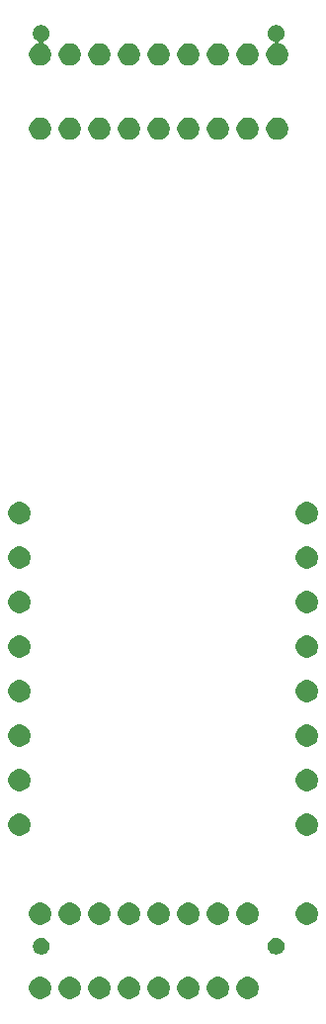
<source format=gbr>
G04 #@! TF.GenerationSoftware,KiCad,Pcbnew,5.0.2-bee76a0~70~ubuntu18.04.1*
G04 #@! TF.CreationDate,2019-05-09T10:06:10+02:00*
G04 #@! TF.ProjectId,breadboard,62726561-6462-46f6-9172-642e6b696361,rev?*
G04 #@! TF.SameCoordinates,Original*
G04 #@! TF.FileFunction,Soldermask,Top*
G04 #@! TF.FilePolarity,Negative*
%FSLAX46Y46*%
G04 Gerber Fmt 4.6, Leading zero omitted, Abs format (unit mm)*
G04 Created by KiCad (PCBNEW 5.0.2-bee76a0~70~ubuntu18.04.1) date jeu. 09 mai 2019 10:06:10 CEST*
%MOMM*%
%LPD*%
G01*
G04 APERTURE LIST*
%ADD10C,0.100000*%
G04 APERTURE END LIST*
D10*
G36*
X101739451Y-142950127D02*
X101877105Y-142977508D01*
X102049994Y-143049121D01*
X102205590Y-143153087D01*
X102337913Y-143285410D01*
X102441879Y-143441006D01*
X102513492Y-143613895D01*
X102550000Y-143797433D01*
X102550000Y-143984567D01*
X102513492Y-144168105D01*
X102441879Y-144340994D01*
X102337913Y-144496590D01*
X102205590Y-144628913D01*
X102049994Y-144732879D01*
X101877105Y-144804492D01*
X101739451Y-144831873D01*
X101693568Y-144841000D01*
X101506432Y-144841000D01*
X101460549Y-144831873D01*
X101322895Y-144804492D01*
X101150006Y-144732879D01*
X100994410Y-144628913D01*
X100862087Y-144496590D01*
X100758121Y-144340994D01*
X100686508Y-144168105D01*
X100650000Y-143984567D01*
X100650000Y-143797433D01*
X100686508Y-143613895D01*
X100758121Y-143441006D01*
X100862087Y-143285410D01*
X100994410Y-143153087D01*
X101150006Y-143049121D01*
X101322895Y-142977508D01*
X101460549Y-142950127D01*
X101506432Y-142941000D01*
X101693568Y-142941000D01*
X101739451Y-142950127D01*
X101739451Y-142950127D01*
G37*
G36*
X116979451Y-142950127D02*
X117117105Y-142977508D01*
X117289994Y-143049121D01*
X117445590Y-143153087D01*
X117577913Y-143285410D01*
X117681879Y-143441006D01*
X117753492Y-143613895D01*
X117790000Y-143797433D01*
X117790000Y-143984567D01*
X117753492Y-144168105D01*
X117681879Y-144340994D01*
X117577913Y-144496590D01*
X117445590Y-144628913D01*
X117289994Y-144732879D01*
X117117105Y-144804492D01*
X116979451Y-144831873D01*
X116933568Y-144841000D01*
X116746432Y-144841000D01*
X116700549Y-144831873D01*
X116562895Y-144804492D01*
X116390006Y-144732879D01*
X116234410Y-144628913D01*
X116102087Y-144496590D01*
X115998121Y-144340994D01*
X115926508Y-144168105D01*
X115890000Y-143984567D01*
X115890000Y-143797433D01*
X115926508Y-143613895D01*
X115998121Y-143441006D01*
X116102087Y-143285410D01*
X116234410Y-143153087D01*
X116390006Y-143049121D01*
X116562895Y-142977508D01*
X116700549Y-142950127D01*
X116746432Y-142941000D01*
X116933568Y-142941000D01*
X116979451Y-142950127D01*
X116979451Y-142950127D01*
G37*
G36*
X119519451Y-142950127D02*
X119657105Y-142977508D01*
X119829994Y-143049121D01*
X119985590Y-143153087D01*
X120117913Y-143285410D01*
X120221879Y-143441006D01*
X120293492Y-143613895D01*
X120330000Y-143797433D01*
X120330000Y-143984567D01*
X120293492Y-144168105D01*
X120221879Y-144340994D01*
X120117913Y-144496590D01*
X119985590Y-144628913D01*
X119829994Y-144732879D01*
X119657105Y-144804492D01*
X119519451Y-144831873D01*
X119473568Y-144841000D01*
X119286432Y-144841000D01*
X119240549Y-144831873D01*
X119102895Y-144804492D01*
X118930006Y-144732879D01*
X118774410Y-144628913D01*
X118642087Y-144496590D01*
X118538121Y-144340994D01*
X118466508Y-144168105D01*
X118430000Y-143984567D01*
X118430000Y-143797433D01*
X118466508Y-143613895D01*
X118538121Y-143441006D01*
X118642087Y-143285410D01*
X118774410Y-143153087D01*
X118930006Y-143049121D01*
X119102895Y-142977508D01*
X119240549Y-142950127D01*
X119286432Y-142941000D01*
X119473568Y-142941000D01*
X119519451Y-142950127D01*
X119519451Y-142950127D01*
G37*
G36*
X114439451Y-142950127D02*
X114577105Y-142977508D01*
X114749994Y-143049121D01*
X114905590Y-143153087D01*
X115037913Y-143285410D01*
X115141879Y-143441006D01*
X115213492Y-143613895D01*
X115250000Y-143797433D01*
X115250000Y-143984567D01*
X115213492Y-144168105D01*
X115141879Y-144340994D01*
X115037913Y-144496590D01*
X114905590Y-144628913D01*
X114749994Y-144732879D01*
X114577105Y-144804492D01*
X114439451Y-144831873D01*
X114393568Y-144841000D01*
X114206432Y-144841000D01*
X114160549Y-144831873D01*
X114022895Y-144804492D01*
X113850006Y-144732879D01*
X113694410Y-144628913D01*
X113562087Y-144496590D01*
X113458121Y-144340994D01*
X113386508Y-144168105D01*
X113350000Y-143984567D01*
X113350000Y-143797433D01*
X113386508Y-143613895D01*
X113458121Y-143441006D01*
X113562087Y-143285410D01*
X113694410Y-143153087D01*
X113850006Y-143049121D01*
X114022895Y-142977508D01*
X114160549Y-142950127D01*
X114206432Y-142941000D01*
X114393568Y-142941000D01*
X114439451Y-142950127D01*
X114439451Y-142950127D01*
G37*
G36*
X111899451Y-142950127D02*
X112037105Y-142977508D01*
X112209994Y-143049121D01*
X112365590Y-143153087D01*
X112497913Y-143285410D01*
X112601879Y-143441006D01*
X112673492Y-143613895D01*
X112710000Y-143797433D01*
X112710000Y-143984567D01*
X112673492Y-144168105D01*
X112601879Y-144340994D01*
X112497913Y-144496590D01*
X112365590Y-144628913D01*
X112209994Y-144732879D01*
X112037105Y-144804492D01*
X111899451Y-144831873D01*
X111853568Y-144841000D01*
X111666432Y-144841000D01*
X111620549Y-144831873D01*
X111482895Y-144804492D01*
X111310006Y-144732879D01*
X111154410Y-144628913D01*
X111022087Y-144496590D01*
X110918121Y-144340994D01*
X110846508Y-144168105D01*
X110810000Y-143984567D01*
X110810000Y-143797433D01*
X110846508Y-143613895D01*
X110918121Y-143441006D01*
X111022087Y-143285410D01*
X111154410Y-143153087D01*
X111310006Y-143049121D01*
X111482895Y-142977508D01*
X111620549Y-142950127D01*
X111666432Y-142941000D01*
X111853568Y-142941000D01*
X111899451Y-142950127D01*
X111899451Y-142950127D01*
G37*
G36*
X106819451Y-142950127D02*
X106957105Y-142977508D01*
X107129994Y-143049121D01*
X107285590Y-143153087D01*
X107417913Y-143285410D01*
X107521879Y-143441006D01*
X107593492Y-143613895D01*
X107630000Y-143797433D01*
X107630000Y-143984567D01*
X107593492Y-144168105D01*
X107521879Y-144340994D01*
X107417913Y-144496590D01*
X107285590Y-144628913D01*
X107129994Y-144732879D01*
X106957105Y-144804492D01*
X106819451Y-144831873D01*
X106773568Y-144841000D01*
X106586432Y-144841000D01*
X106540549Y-144831873D01*
X106402895Y-144804492D01*
X106230006Y-144732879D01*
X106074410Y-144628913D01*
X105942087Y-144496590D01*
X105838121Y-144340994D01*
X105766508Y-144168105D01*
X105730000Y-143984567D01*
X105730000Y-143797433D01*
X105766508Y-143613895D01*
X105838121Y-143441006D01*
X105942087Y-143285410D01*
X106074410Y-143153087D01*
X106230006Y-143049121D01*
X106402895Y-142977508D01*
X106540549Y-142950127D01*
X106586432Y-142941000D01*
X106773568Y-142941000D01*
X106819451Y-142950127D01*
X106819451Y-142950127D01*
G37*
G36*
X104279451Y-142950127D02*
X104417105Y-142977508D01*
X104589994Y-143049121D01*
X104745590Y-143153087D01*
X104877913Y-143285410D01*
X104981879Y-143441006D01*
X105053492Y-143613895D01*
X105090000Y-143797433D01*
X105090000Y-143984567D01*
X105053492Y-144168105D01*
X104981879Y-144340994D01*
X104877913Y-144496590D01*
X104745590Y-144628913D01*
X104589994Y-144732879D01*
X104417105Y-144804492D01*
X104279451Y-144831873D01*
X104233568Y-144841000D01*
X104046432Y-144841000D01*
X104000549Y-144831873D01*
X103862895Y-144804492D01*
X103690006Y-144732879D01*
X103534410Y-144628913D01*
X103402087Y-144496590D01*
X103298121Y-144340994D01*
X103226508Y-144168105D01*
X103190000Y-143984567D01*
X103190000Y-143797433D01*
X103226508Y-143613895D01*
X103298121Y-143441006D01*
X103402087Y-143285410D01*
X103534410Y-143153087D01*
X103690006Y-143049121D01*
X103862895Y-142977508D01*
X104000549Y-142950127D01*
X104046432Y-142941000D01*
X104233568Y-142941000D01*
X104279451Y-142950127D01*
X104279451Y-142950127D01*
G37*
G36*
X109359451Y-142950127D02*
X109497105Y-142977508D01*
X109669994Y-143049121D01*
X109825590Y-143153087D01*
X109957913Y-143285410D01*
X110061879Y-143441006D01*
X110133492Y-143613895D01*
X110170000Y-143797433D01*
X110170000Y-143984567D01*
X110133492Y-144168105D01*
X110061879Y-144340994D01*
X109957913Y-144496590D01*
X109825590Y-144628913D01*
X109669994Y-144732879D01*
X109497105Y-144804492D01*
X109359451Y-144831873D01*
X109313568Y-144841000D01*
X109126432Y-144841000D01*
X109080549Y-144831873D01*
X108942895Y-144804492D01*
X108770006Y-144732879D01*
X108614410Y-144628913D01*
X108482087Y-144496590D01*
X108378121Y-144340994D01*
X108306508Y-144168105D01*
X108270000Y-143984567D01*
X108270000Y-143797433D01*
X108306508Y-143613895D01*
X108378121Y-143441006D01*
X108482087Y-143285410D01*
X108614410Y-143153087D01*
X108770006Y-143049121D01*
X108942895Y-142977508D01*
X109080549Y-142950127D01*
X109126432Y-142941000D01*
X109313568Y-142941000D01*
X109359451Y-142950127D01*
X109359451Y-142950127D01*
G37*
G36*
X122023116Y-139623312D02*
X122152328Y-139676833D01*
X122268618Y-139754536D01*
X122367508Y-139853426D01*
X122445211Y-139969716D01*
X122498732Y-140098928D01*
X122526017Y-140236099D01*
X122526017Y-140375955D01*
X122498732Y-140513126D01*
X122445211Y-140642338D01*
X122367508Y-140758628D01*
X122268618Y-140857518D01*
X122152328Y-140935221D01*
X122023116Y-140988742D01*
X121885946Y-141016027D01*
X121746088Y-141016027D01*
X121608918Y-140988742D01*
X121479706Y-140935221D01*
X121363416Y-140857518D01*
X121264526Y-140758628D01*
X121186823Y-140642338D01*
X121133302Y-140513126D01*
X121106017Y-140375955D01*
X121106017Y-140236099D01*
X121133302Y-140098928D01*
X121186823Y-139969716D01*
X121264526Y-139853426D01*
X121363416Y-139754536D01*
X121479706Y-139676833D01*
X121608918Y-139623312D01*
X121746088Y-139596027D01*
X121885946Y-139596027D01*
X122023116Y-139623312D01*
X122023116Y-139623312D01*
G37*
G36*
X101893116Y-139623312D02*
X102022328Y-139676833D01*
X102138618Y-139754536D01*
X102237508Y-139853426D01*
X102315211Y-139969716D01*
X102368732Y-140098928D01*
X102396017Y-140236099D01*
X102396017Y-140375955D01*
X102368732Y-140513126D01*
X102315211Y-140642338D01*
X102237508Y-140758628D01*
X102138618Y-140857518D01*
X102022328Y-140935221D01*
X101893116Y-140988742D01*
X101755946Y-141016027D01*
X101616088Y-141016027D01*
X101478918Y-140988742D01*
X101349706Y-140935221D01*
X101233416Y-140857518D01*
X101134526Y-140758628D01*
X101056823Y-140642338D01*
X101003302Y-140513126D01*
X100976017Y-140375955D01*
X100976017Y-140236099D01*
X101003302Y-140098928D01*
X101056823Y-139969716D01*
X101134526Y-139853426D01*
X101233416Y-139754536D01*
X101349706Y-139676833D01*
X101478918Y-139623312D01*
X101616088Y-139596027D01*
X101755946Y-139596027D01*
X101893116Y-139623312D01*
X101893116Y-139623312D01*
G37*
G36*
X106819451Y-136600127D02*
X106957105Y-136627508D01*
X107129994Y-136699121D01*
X107285590Y-136803087D01*
X107417913Y-136935410D01*
X107521879Y-137091006D01*
X107593492Y-137263895D01*
X107630000Y-137447433D01*
X107630000Y-137634567D01*
X107593492Y-137818105D01*
X107521879Y-137990994D01*
X107417913Y-138146590D01*
X107285590Y-138278913D01*
X107129994Y-138382879D01*
X106957105Y-138454492D01*
X106819452Y-138481873D01*
X106773568Y-138491000D01*
X106586432Y-138491000D01*
X106540548Y-138481873D01*
X106402895Y-138454492D01*
X106230006Y-138382879D01*
X106074410Y-138278913D01*
X105942087Y-138146590D01*
X105838121Y-137990994D01*
X105766508Y-137818105D01*
X105730000Y-137634567D01*
X105730000Y-137447433D01*
X105766508Y-137263895D01*
X105838121Y-137091006D01*
X105942087Y-136935410D01*
X106074410Y-136803087D01*
X106230006Y-136699121D01*
X106402895Y-136627508D01*
X106540549Y-136600127D01*
X106586432Y-136591000D01*
X106773568Y-136591000D01*
X106819451Y-136600127D01*
X106819451Y-136600127D01*
G37*
G36*
X124599451Y-136600127D02*
X124737105Y-136627508D01*
X124909994Y-136699121D01*
X125065590Y-136803087D01*
X125197913Y-136935410D01*
X125301879Y-137091006D01*
X125373492Y-137263895D01*
X125410000Y-137447433D01*
X125410000Y-137634567D01*
X125373492Y-137818105D01*
X125301879Y-137990994D01*
X125197913Y-138146590D01*
X125065590Y-138278913D01*
X124909994Y-138382879D01*
X124737105Y-138454492D01*
X124599452Y-138481873D01*
X124553568Y-138491000D01*
X124366432Y-138491000D01*
X124320548Y-138481873D01*
X124182895Y-138454492D01*
X124010006Y-138382879D01*
X123854410Y-138278913D01*
X123722087Y-138146590D01*
X123618121Y-137990994D01*
X123546508Y-137818105D01*
X123510000Y-137634567D01*
X123510000Y-137447433D01*
X123546508Y-137263895D01*
X123618121Y-137091006D01*
X123722087Y-136935410D01*
X123854410Y-136803087D01*
X124010006Y-136699121D01*
X124182895Y-136627508D01*
X124320549Y-136600127D01*
X124366432Y-136591000D01*
X124553568Y-136591000D01*
X124599451Y-136600127D01*
X124599451Y-136600127D01*
G37*
G36*
X101739451Y-136600127D02*
X101877105Y-136627508D01*
X102049994Y-136699121D01*
X102205590Y-136803087D01*
X102337913Y-136935410D01*
X102441879Y-137091006D01*
X102513492Y-137263895D01*
X102550000Y-137447433D01*
X102550000Y-137634567D01*
X102513492Y-137818105D01*
X102441879Y-137990994D01*
X102337913Y-138146590D01*
X102205590Y-138278913D01*
X102049994Y-138382879D01*
X101877105Y-138454492D01*
X101739452Y-138481873D01*
X101693568Y-138491000D01*
X101506432Y-138491000D01*
X101460548Y-138481873D01*
X101322895Y-138454492D01*
X101150006Y-138382879D01*
X100994410Y-138278913D01*
X100862087Y-138146590D01*
X100758121Y-137990994D01*
X100686508Y-137818105D01*
X100650000Y-137634567D01*
X100650000Y-137447433D01*
X100686508Y-137263895D01*
X100758121Y-137091006D01*
X100862087Y-136935410D01*
X100994410Y-136803087D01*
X101150006Y-136699121D01*
X101322895Y-136627508D01*
X101460549Y-136600127D01*
X101506432Y-136591000D01*
X101693568Y-136591000D01*
X101739451Y-136600127D01*
X101739451Y-136600127D01*
G37*
G36*
X104279451Y-136600127D02*
X104417105Y-136627508D01*
X104589994Y-136699121D01*
X104745590Y-136803087D01*
X104877913Y-136935410D01*
X104981879Y-137091006D01*
X105053492Y-137263895D01*
X105090000Y-137447433D01*
X105090000Y-137634567D01*
X105053492Y-137818105D01*
X104981879Y-137990994D01*
X104877913Y-138146590D01*
X104745590Y-138278913D01*
X104589994Y-138382879D01*
X104417105Y-138454492D01*
X104279452Y-138481873D01*
X104233568Y-138491000D01*
X104046432Y-138491000D01*
X104000548Y-138481873D01*
X103862895Y-138454492D01*
X103690006Y-138382879D01*
X103534410Y-138278913D01*
X103402087Y-138146590D01*
X103298121Y-137990994D01*
X103226508Y-137818105D01*
X103190000Y-137634567D01*
X103190000Y-137447433D01*
X103226508Y-137263895D01*
X103298121Y-137091006D01*
X103402087Y-136935410D01*
X103534410Y-136803087D01*
X103690006Y-136699121D01*
X103862895Y-136627508D01*
X104000549Y-136600127D01*
X104046432Y-136591000D01*
X104233568Y-136591000D01*
X104279451Y-136600127D01*
X104279451Y-136600127D01*
G37*
G36*
X109359451Y-136600127D02*
X109497105Y-136627508D01*
X109669994Y-136699121D01*
X109825590Y-136803087D01*
X109957913Y-136935410D01*
X110061879Y-137091006D01*
X110133492Y-137263895D01*
X110170000Y-137447433D01*
X110170000Y-137634567D01*
X110133492Y-137818105D01*
X110061879Y-137990994D01*
X109957913Y-138146590D01*
X109825590Y-138278913D01*
X109669994Y-138382879D01*
X109497105Y-138454492D01*
X109359452Y-138481873D01*
X109313568Y-138491000D01*
X109126432Y-138491000D01*
X109080548Y-138481873D01*
X108942895Y-138454492D01*
X108770006Y-138382879D01*
X108614410Y-138278913D01*
X108482087Y-138146590D01*
X108378121Y-137990994D01*
X108306508Y-137818105D01*
X108270000Y-137634567D01*
X108270000Y-137447433D01*
X108306508Y-137263895D01*
X108378121Y-137091006D01*
X108482087Y-136935410D01*
X108614410Y-136803087D01*
X108770006Y-136699121D01*
X108942895Y-136627508D01*
X109080549Y-136600127D01*
X109126432Y-136591000D01*
X109313568Y-136591000D01*
X109359451Y-136600127D01*
X109359451Y-136600127D01*
G37*
G36*
X111899451Y-136600127D02*
X112037105Y-136627508D01*
X112209994Y-136699121D01*
X112365590Y-136803087D01*
X112497913Y-136935410D01*
X112601879Y-137091006D01*
X112673492Y-137263895D01*
X112710000Y-137447433D01*
X112710000Y-137634567D01*
X112673492Y-137818105D01*
X112601879Y-137990994D01*
X112497913Y-138146590D01*
X112365590Y-138278913D01*
X112209994Y-138382879D01*
X112037105Y-138454492D01*
X111899452Y-138481873D01*
X111853568Y-138491000D01*
X111666432Y-138491000D01*
X111620548Y-138481873D01*
X111482895Y-138454492D01*
X111310006Y-138382879D01*
X111154410Y-138278913D01*
X111022087Y-138146590D01*
X110918121Y-137990994D01*
X110846508Y-137818105D01*
X110810000Y-137634567D01*
X110810000Y-137447433D01*
X110846508Y-137263895D01*
X110918121Y-137091006D01*
X111022087Y-136935410D01*
X111154410Y-136803087D01*
X111310006Y-136699121D01*
X111482895Y-136627508D01*
X111620549Y-136600127D01*
X111666432Y-136591000D01*
X111853568Y-136591000D01*
X111899451Y-136600127D01*
X111899451Y-136600127D01*
G37*
G36*
X114439451Y-136600127D02*
X114577105Y-136627508D01*
X114749994Y-136699121D01*
X114905590Y-136803087D01*
X115037913Y-136935410D01*
X115141879Y-137091006D01*
X115213492Y-137263895D01*
X115250000Y-137447433D01*
X115250000Y-137634567D01*
X115213492Y-137818105D01*
X115141879Y-137990994D01*
X115037913Y-138146590D01*
X114905590Y-138278913D01*
X114749994Y-138382879D01*
X114577105Y-138454492D01*
X114439452Y-138481873D01*
X114393568Y-138491000D01*
X114206432Y-138491000D01*
X114160548Y-138481873D01*
X114022895Y-138454492D01*
X113850006Y-138382879D01*
X113694410Y-138278913D01*
X113562087Y-138146590D01*
X113458121Y-137990994D01*
X113386508Y-137818105D01*
X113350000Y-137634567D01*
X113350000Y-137447433D01*
X113386508Y-137263895D01*
X113458121Y-137091006D01*
X113562087Y-136935410D01*
X113694410Y-136803087D01*
X113850006Y-136699121D01*
X114022895Y-136627508D01*
X114160549Y-136600127D01*
X114206432Y-136591000D01*
X114393568Y-136591000D01*
X114439451Y-136600127D01*
X114439451Y-136600127D01*
G37*
G36*
X116979451Y-136600127D02*
X117117105Y-136627508D01*
X117289994Y-136699121D01*
X117445590Y-136803087D01*
X117577913Y-136935410D01*
X117681879Y-137091006D01*
X117753492Y-137263895D01*
X117790000Y-137447433D01*
X117790000Y-137634567D01*
X117753492Y-137818105D01*
X117681879Y-137990994D01*
X117577913Y-138146590D01*
X117445590Y-138278913D01*
X117289994Y-138382879D01*
X117117105Y-138454492D01*
X116979452Y-138481873D01*
X116933568Y-138491000D01*
X116746432Y-138491000D01*
X116700548Y-138481873D01*
X116562895Y-138454492D01*
X116390006Y-138382879D01*
X116234410Y-138278913D01*
X116102087Y-138146590D01*
X115998121Y-137990994D01*
X115926508Y-137818105D01*
X115890000Y-137634567D01*
X115890000Y-137447433D01*
X115926508Y-137263895D01*
X115998121Y-137091006D01*
X116102087Y-136935410D01*
X116234410Y-136803087D01*
X116390006Y-136699121D01*
X116562895Y-136627508D01*
X116700549Y-136600127D01*
X116746432Y-136591000D01*
X116933568Y-136591000D01*
X116979451Y-136600127D01*
X116979451Y-136600127D01*
G37*
G36*
X119519451Y-136600127D02*
X119657105Y-136627508D01*
X119829994Y-136699121D01*
X119985590Y-136803087D01*
X120117913Y-136935410D01*
X120221879Y-137091006D01*
X120293492Y-137263895D01*
X120330000Y-137447433D01*
X120330000Y-137634567D01*
X120293492Y-137818105D01*
X120221879Y-137990994D01*
X120117913Y-138146590D01*
X119985590Y-138278913D01*
X119829994Y-138382879D01*
X119657105Y-138454492D01*
X119519452Y-138481873D01*
X119473568Y-138491000D01*
X119286432Y-138491000D01*
X119240548Y-138481873D01*
X119102895Y-138454492D01*
X118930006Y-138382879D01*
X118774410Y-138278913D01*
X118642087Y-138146590D01*
X118538121Y-137990994D01*
X118466508Y-137818105D01*
X118430000Y-137634567D01*
X118430000Y-137447433D01*
X118466508Y-137263895D01*
X118538121Y-137091006D01*
X118642087Y-136935410D01*
X118774410Y-136803087D01*
X118930006Y-136699121D01*
X119102895Y-136627508D01*
X119240549Y-136600127D01*
X119286432Y-136591000D01*
X119473568Y-136591000D01*
X119519451Y-136600127D01*
X119519451Y-136600127D01*
G37*
G36*
X99961451Y-128980127D02*
X100099105Y-129007508D01*
X100271994Y-129079121D01*
X100427590Y-129183087D01*
X100559913Y-129315410D01*
X100663879Y-129471006D01*
X100735492Y-129643895D01*
X100772000Y-129827433D01*
X100772000Y-130014567D01*
X100735492Y-130198105D01*
X100663879Y-130370994D01*
X100559913Y-130526590D01*
X100427590Y-130658913D01*
X100271994Y-130762879D01*
X100099105Y-130834492D01*
X99961452Y-130861873D01*
X99915568Y-130871000D01*
X99728432Y-130871000D01*
X99682548Y-130861873D01*
X99544895Y-130834492D01*
X99372006Y-130762879D01*
X99216410Y-130658913D01*
X99084087Y-130526590D01*
X98980121Y-130370994D01*
X98908508Y-130198105D01*
X98872000Y-130014567D01*
X98872000Y-129827433D01*
X98908508Y-129643895D01*
X98980121Y-129471006D01*
X99084087Y-129315410D01*
X99216410Y-129183087D01*
X99372006Y-129079121D01*
X99544895Y-129007508D01*
X99682549Y-128980127D01*
X99728432Y-128971000D01*
X99915568Y-128971000D01*
X99961451Y-128980127D01*
X99961451Y-128980127D01*
G37*
G36*
X124599451Y-128980127D02*
X124737105Y-129007508D01*
X124909994Y-129079121D01*
X125065590Y-129183087D01*
X125197913Y-129315410D01*
X125301879Y-129471006D01*
X125373492Y-129643895D01*
X125410000Y-129827433D01*
X125410000Y-130014567D01*
X125373492Y-130198105D01*
X125301879Y-130370994D01*
X125197913Y-130526590D01*
X125065590Y-130658913D01*
X124909994Y-130762879D01*
X124737105Y-130834492D01*
X124599452Y-130861873D01*
X124553568Y-130871000D01*
X124366432Y-130871000D01*
X124320548Y-130861873D01*
X124182895Y-130834492D01*
X124010006Y-130762879D01*
X123854410Y-130658913D01*
X123722087Y-130526590D01*
X123618121Y-130370994D01*
X123546508Y-130198105D01*
X123510000Y-130014567D01*
X123510000Y-129827433D01*
X123546508Y-129643895D01*
X123618121Y-129471006D01*
X123722087Y-129315410D01*
X123854410Y-129183087D01*
X124010006Y-129079121D01*
X124182895Y-129007508D01*
X124320549Y-128980127D01*
X124366432Y-128971000D01*
X124553568Y-128971000D01*
X124599451Y-128980127D01*
X124599451Y-128980127D01*
G37*
G36*
X124599452Y-125170127D02*
X124737105Y-125197508D01*
X124909994Y-125269121D01*
X125065590Y-125373087D01*
X125197913Y-125505410D01*
X125301879Y-125661006D01*
X125373492Y-125833895D01*
X125410000Y-126017433D01*
X125410000Y-126204567D01*
X125373492Y-126388105D01*
X125301879Y-126560994D01*
X125197913Y-126716590D01*
X125065590Y-126848913D01*
X124909994Y-126952879D01*
X124737105Y-127024492D01*
X124599452Y-127051873D01*
X124553568Y-127061000D01*
X124366432Y-127061000D01*
X124320548Y-127051873D01*
X124182895Y-127024492D01*
X124010006Y-126952879D01*
X123854410Y-126848913D01*
X123722087Y-126716590D01*
X123618121Y-126560994D01*
X123546508Y-126388105D01*
X123510000Y-126204567D01*
X123510000Y-126017433D01*
X123546508Y-125833895D01*
X123618121Y-125661006D01*
X123722087Y-125505410D01*
X123854410Y-125373087D01*
X124010006Y-125269121D01*
X124182895Y-125197508D01*
X124320548Y-125170127D01*
X124366432Y-125161000D01*
X124553568Y-125161000D01*
X124599452Y-125170127D01*
X124599452Y-125170127D01*
G37*
G36*
X99961452Y-125170127D02*
X100099105Y-125197508D01*
X100271994Y-125269121D01*
X100427590Y-125373087D01*
X100559913Y-125505410D01*
X100663879Y-125661006D01*
X100735492Y-125833895D01*
X100772000Y-126017433D01*
X100772000Y-126204567D01*
X100735492Y-126388105D01*
X100663879Y-126560994D01*
X100559913Y-126716590D01*
X100427590Y-126848913D01*
X100271994Y-126952879D01*
X100099105Y-127024492D01*
X99961452Y-127051873D01*
X99915568Y-127061000D01*
X99728432Y-127061000D01*
X99682548Y-127051873D01*
X99544895Y-127024492D01*
X99372006Y-126952879D01*
X99216410Y-126848913D01*
X99084087Y-126716590D01*
X98980121Y-126560994D01*
X98908508Y-126388105D01*
X98872000Y-126204567D01*
X98872000Y-126017433D01*
X98908508Y-125833895D01*
X98980121Y-125661006D01*
X99084087Y-125505410D01*
X99216410Y-125373087D01*
X99372006Y-125269121D01*
X99544895Y-125197508D01*
X99682548Y-125170127D01*
X99728432Y-125161000D01*
X99915568Y-125161000D01*
X99961452Y-125170127D01*
X99961452Y-125170127D01*
G37*
G36*
X124599452Y-121360127D02*
X124737105Y-121387508D01*
X124909994Y-121459121D01*
X125065590Y-121563087D01*
X125197913Y-121695410D01*
X125301879Y-121851006D01*
X125373492Y-122023895D01*
X125410000Y-122207433D01*
X125410000Y-122394567D01*
X125373492Y-122578105D01*
X125301879Y-122750994D01*
X125197913Y-122906590D01*
X125065590Y-123038913D01*
X124909994Y-123142879D01*
X124737105Y-123214492D01*
X124599452Y-123241873D01*
X124553568Y-123251000D01*
X124366432Y-123251000D01*
X124320548Y-123241873D01*
X124182895Y-123214492D01*
X124010006Y-123142879D01*
X123854410Y-123038913D01*
X123722087Y-122906590D01*
X123618121Y-122750994D01*
X123546508Y-122578105D01*
X123510000Y-122394567D01*
X123510000Y-122207433D01*
X123546508Y-122023895D01*
X123618121Y-121851006D01*
X123722087Y-121695410D01*
X123854410Y-121563087D01*
X124010006Y-121459121D01*
X124182895Y-121387508D01*
X124320548Y-121360127D01*
X124366432Y-121351000D01*
X124553568Y-121351000D01*
X124599452Y-121360127D01*
X124599452Y-121360127D01*
G37*
G36*
X99961452Y-121360127D02*
X100099105Y-121387508D01*
X100271994Y-121459121D01*
X100427590Y-121563087D01*
X100559913Y-121695410D01*
X100663879Y-121851006D01*
X100735492Y-122023895D01*
X100772000Y-122207433D01*
X100772000Y-122394567D01*
X100735492Y-122578105D01*
X100663879Y-122750994D01*
X100559913Y-122906590D01*
X100427590Y-123038913D01*
X100271994Y-123142879D01*
X100099105Y-123214492D01*
X99961452Y-123241873D01*
X99915568Y-123251000D01*
X99728432Y-123251000D01*
X99682548Y-123241873D01*
X99544895Y-123214492D01*
X99372006Y-123142879D01*
X99216410Y-123038913D01*
X99084087Y-122906590D01*
X98980121Y-122750994D01*
X98908508Y-122578105D01*
X98872000Y-122394567D01*
X98872000Y-122207433D01*
X98908508Y-122023895D01*
X98980121Y-121851006D01*
X99084087Y-121695410D01*
X99216410Y-121563087D01*
X99372006Y-121459121D01*
X99544895Y-121387508D01*
X99682548Y-121360127D01*
X99728432Y-121351000D01*
X99915568Y-121351000D01*
X99961452Y-121360127D01*
X99961452Y-121360127D01*
G37*
G36*
X124599452Y-117550127D02*
X124737105Y-117577508D01*
X124909994Y-117649121D01*
X125065590Y-117753087D01*
X125197913Y-117885410D01*
X125301879Y-118041006D01*
X125373492Y-118213895D01*
X125410000Y-118397433D01*
X125410000Y-118584567D01*
X125373492Y-118768105D01*
X125301879Y-118940994D01*
X125197913Y-119096590D01*
X125065590Y-119228913D01*
X124909994Y-119332879D01*
X124737105Y-119404492D01*
X124599451Y-119431873D01*
X124553568Y-119441000D01*
X124366432Y-119441000D01*
X124320549Y-119431873D01*
X124182895Y-119404492D01*
X124010006Y-119332879D01*
X123854410Y-119228913D01*
X123722087Y-119096590D01*
X123618121Y-118940994D01*
X123546508Y-118768105D01*
X123510000Y-118584567D01*
X123510000Y-118397433D01*
X123546508Y-118213895D01*
X123618121Y-118041006D01*
X123722087Y-117885410D01*
X123854410Y-117753087D01*
X124010006Y-117649121D01*
X124182895Y-117577508D01*
X124320548Y-117550127D01*
X124366432Y-117541000D01*
X124553568Y-117541000D01*
X124599452Y-117550127D01*
X124599452Y-117550127D01*
G37*
G36*
X99961452Y-117550127D02*
X100099105Y-117577508D01*
X100271994Y-117649121D01*
X100427590Y-117753087D01*
X100559913Y-117885410D01*
X100663879Y-118041006D01*
X100735492Y-118213895D01*
X100772000Y-118397433D01*
X100772000Y-118584567D01*
X100735492Y-118768105D01*
X100663879Y-118940994D01*
X100559913Y-119096590D01*
X100427590Y-119228913D01*
X100271994Y-119332879D01*
X100099105Y-119404492D01*
X99961451Y-119431873D01*
X99915568Y-119441000D01*
X99728432Y-119441000D01*
X99682549Y-119431873D01*
X99544895Y-119404492D01*
X99372006Y-119332879D01*
X99216410Y-119228913D01*
X99084087Y-119096590D01*
X98980121Y-118940994D01*
X98908508Y-118768105D01*
X98872000Y-118584567D01*
X98872000Y-118397433D01*
X98908508Y-118213895D01*
X98980121Y-118041006D01*
X99084087Y-117885410D01*
X99216410Y-117753087D01*
X99372006Y-117649121D01*
X99544895Y-117577508D01*
X99682548Y-117550127D01*
X99728432Y-117541000D01*
X99915568Y-117541000D01*
X99961452Y-117550127D01*
X99961452Y-117550127D01*
G37*
G36*
X124599451Y-113740127D02*
X124737105Y-113767508D01*
X124909994Y-113839121D01*
X125065590Y-113943087D01*
X125197913Y-114075410D01*
X125301879Y-114231006D01*
X125373492Y-114403895D01*
X125410000Y-114587433D01*
X125410000Y-114774567D01*
X125373492Y-114958105D01*
X125301879Y-115130994D01*
X125197913Y-115286590D01*
X125065590Y-115418913D01*
X124909994Y-115522879D01*
X124737105Y-115594492D01*
X124599451Y-115621873D01*
X124553568Y-115631000D01*
X124366432Y-115631000D01*
X124320549Y-115621873D01*
X124182895Y-115594492D01*
X124010006Y-115522879D01*
X123854410Y-115418913D01*
X123722087Y-115286590D01*
X123618121Y-115130994D01*
X123546508Y-114958105D01*
X123510000Y-114774567D01*
X123510000Y-114587433D01*
X123546508Y-114403895D01*
X123618121Y-114231006D01*
X123722087Y-114075410D01*
X123854410Y-113943087D01*
X124010006Y-113839121D01*
X124182895Y-113767508D01*
X124320549Y-113740127D01*
X124366432Y-113731000D01*
X124553568Y-113731000D01*
X124599451Y-113740127D01*
X124599451Y-113740127D01*
G37*
G36*
X99961451Y-113740127D02*
X100099105Y-113767508D01*
X100271994Y-113839121D01*
X100427590Y-113943087D01*
X100559913Y-114075410D01*
X100663879Y-114231006D01*
X100735492Y-114403895D01*
X100772000Y-114587433D01*
X100772000Y-114774567D01*
X100735492Y-114958105D01*
X100663879Y-115130994D01*
X100559913Y-115286590D01*
X100427590Y-115418913D01*
X100271994Y-115522879D01*
X100099105Y-115594492D01*
X99961451Y-115621873D01*
X99915568Y-115631000D01*
X99728432Y-115631000D01*
X99682549Y-115621873D01*
X99544895Y-115594492D01*
X99372006Y-115522879D01*
X99216410Y-115418913D01*
X99084087Y-115286590D01*
X98980121Y-115130994D01*
X98908508Y-114958105D01*
X98872000Y-114774567D01*
X98872000Y-114587433D01*
X98908508Y-114403895D01*
X98980121Y-114231006D01*
X99084087Y-114075410D01*
X99216410Y-113943087D01*
X99372006Y-113839121D01*
X99544895Y-113767508D01*
X99682549Y-113740127D01*
X99728432Y-113731000D01*
X99915568Y-113731000D01*
X99961451Y-113740127D01*
X99961451Y-113740127D01*
G37*
G36*
X124599452Y-109930127D02*
X124737105Y-109957508D01*
X124909994Y-110029121D01*
X125065590Y-110133087D01*
X125197913Y-110265410D01*
X125301879Y-110421006D01*
X125373492Y-110593895D01*
X125410000Y-110777433D01*
X125410000Y-110964567D01*
X125373492Y-111148105D01*
X125301879Y-111320994D01*
X125197913Y-111476590D01*
X125065590Y-111608913D01*
X124909994Y-111712879D01*
X124737105Y-111784492D01*
X124599451Y-111811873D01*
X124553568Y-111821000D01*
X124366432Y-111821000D01*
X124320549Y-111811873D01*
X124182895Y-111784492D01*
X124010006Y-111712879D01*
X123854410Y-111608913D01*
X123722087Y-111476590D01*
X123618121Y-111320994D01*
X123546508Y-111148105D01*
X123510000Y-110964567D01*
X123510000Y-110777433D01*
X123546508Y-110593895D01*
X123618121Y-110421006D01*
X123722087Y-110265410D01*
X123854410Y-110133087D01*
X124010006Y-110029121D01*
X124182895Y-109957508D01*
X124320548Y-109930127D01*
X124366432Y-109921000D01*
X124553568Y-109921000D01*
X124599452Y-109930127D01*
X124599452Y-109930127D01*
G37*
G36*
X99961452Y-109930127D02*
X100099105Y-109957508D01*
X100271994Y-110029121D01*
X100427590Y-110133087D01*
X100559913Y-110265410D01*
X100663879Y-110421006D01*
X100735492Y-110593895D01*
X100772000Y-110777433D01*
X100772000Y-110964567D01*
X100735492Y-111148105D01*
X100663879Y-111320994D01*
X100559913Y-111476590D01*
X100427590Y-111608913D01*
X100271994Y-111712879D01*
X100099105Y-111784492D01*
X99961451Y-111811873D01*
X99915568Y-111821000D01*
X99728432Y-111821000D01*
X99682549Y-111811873D01*
X99544895Y-111784492D01*
X99372006Y-111712879D01*
X99216410Y-111608913D01*
X99084087Y-111476590D01*
X98980121Y-111320994D01*
X98908508Y-111148105D01*
X98872000Y-110964567D01*
X98872000Y-110777433D01*
X98908508Y-110593895D01*
X98980121Y-110421006D01*
X99084087Y-110265410D01*
X99216410Y-110133087D01*
X99372006Y-110029121D01*
X99544895Y-109957508D01*
X99682548Y-109930127D01*
X99728432Y-109921000D01*
X99915568Y-109921000D01*
X99961452Y-109930127D01*
X99961452Y-109930127D01*
G37*
G36*
X124599451Y-106120127D02*
X124737105Y-106147508D01*
X124909994Y-106219121D01*
X125065590Y-106323087D01*
X125197913Y-106455410D01*
X125301879Y-106611006D01*
X125373492Y-106783895D01*
X125410000Y-106967433D01*
X125410000Y-107154567D01*
X125373492Y-107338105D01*
X125301879Y-107510994D01*
X125197913Y-107666590D01*
X125065590Y-107798913D01*
X124909994Y-107902879D01*
X124737105Y-107974492D01*
X124599451Y-108001873D01*
X124553568Y-108011000D01*
X124366432Y-108011000D01*
X124320549Y-108001873D01*
X124182895Y-107974492D01*
X124010006Y-107902879D01*
X123854410Y-107798913D01*
X123722087Y-107666590D01*
X123618121Y-107510994D01*
X123546508Y-107338105D01*
X123510000Y-107154567D01*
X123510000Y-106967433D01*
X123546508Y-106783895D01*
X123618121Y-106611006D01*
X123722087Y-106455410D01*
X123854410Y-106323087D01*
X124010006Y-106219121D01*
X124182895Y-106147508D01*
X124320548Y-106120127D01*
X124366432Y-106111000D01*
X124553568Y-106111000D01*
X124599451Y-106120127D01*
X124599451Y-106120127D01*
G37*
G36*
X99961451Y-106120127D02*
X100099105Y-106147508D01*
X100271994Y-106219121D01*
X100427590Y-106323087D01*
X100559913Y-106455410D01*
X100663879Y-106611006D01*
X100735492Y-106783895D01*
X100772000Y-106967433D01*
X100772000Y-107154567D01*
X100735492Y-107338105D01*
X100663879Y-107510994D01*
X100559913Y-107666590D01*
X100427590Y-107798913D01*
X100271994Y-107902879D01*
X100099105Y-107974492D01*
X99961451Y-108001873D01*
X99915568Y-108011000D01*
X99728432Y-108011000D01*
X99682549Y-108001873D01*
X99544895Y-107974492D01*
X99372006Y-107902879D01*
X99216410Y-107798913D01*
X99084087Y-107666590D01*
X98980121Y-107510994D01*
X98908508Y-107338105D01*
X98872000Y-107154567D01*
X98872000Y-106967433D01*
X98908508Y-106783895D01*
X98980121Y-106611006D01*
X99084087Y-106455410D01*
X99216410Y-106323087D01*
X99372006Y-106219121D01*
X99544895Y-106147508D01*
X99682548Y-106120127D01*
X99728432Y-106111000D01*
X99915568Y-106111000D01*
X99961451Y-106120127D01*
X99961451Y-106120127D01*
G37*
G36*
X124599452Y-102310127D02*
X124737105Y-102337508D01*
X124909994Y-102409121D01*
X125065590Y-102513087D01*
X125197913Y-102645410D01*
X125301879Y-102801006D01*
X125373492Y-102973895D01*
X125410000Y-103157433D01*
X125410000Y-103344567D01*
X125373492Y-103528105D01*
X125301879Y-103700994D01*
X125197913Y-103856590D01*
X125065590Y-103988913D01*
X124909994Y-104092879D01*
X124737105Y-104164492D01*
X124599451Y-104191873D01*
X124553568Y-104201000D01*
X124366432Y-104201000D01*
X124320548Y-104191873D01*
X124182895Y-104164492D01*
X124010006Y-104092879D01*
X123854410Y-103988913D01*
X123722087Y-103856590D01*
X123618121Y-103700994D01*
X123546508Y-103528105D01*
X123510000Y-103344567D01*
X123510000Y-103157433D01*
X123546508Y-102973895D01*
X123618121Y-102801006D01*
X123722087Y-102645410D01*
X123854410Y-102513087D01*
X124010006Y-102409121D01*
X124182895Y-102337508D01*
X124320549Y-102310127D01*
X124366432Y-102301000D01*
X124553568Y-102301000D01*
X124599452Y-102310127D01*
X124599452Y-102310127D01*
G37*
G36*
X99961452Y-102310127D02*
X100099105Y-102337508D01*
X100271994Y-102409121D01*
X100427590Y-102513087D01*
X100559913Y-102645410D01*
X100663879Y-102801006D01*
X100735492Y-102973895D01*
X100772000Y-103157433D01*
X100772000Y-103344567D01*
X100735492Y-103528105D01*
X100663879Y-103700994D01*
X100559913Y-103856590D01*
X100427590Y-103988913D01*
X100271994Y-104092879D01*
X100099105Y-104164492D01*
X99961451Y-104191873D01*
X99915568Y-104201000D01*
X99728432Y-104201000D01*
X99682548Y-104191873D01*
X99544895Y-104164492D01*
X99372006Y-104092879D01*
X99216410Y-103988913D01*
X99084087Y-103856590D01*
X98980121Y-103700994D01*
X98908508Y-103528105D01*
X98872000Y-103344567D01*
X98872000Y-103157433D01*
X98908508Y-102973895D01*
X98980121Y-102801006D01*
X99084087Y-102645410D01*
X99216410Y-102513087D01*
X99372006Y-102409121D01*
X99544895Y-102337508D01*
X99682549Y-102310127D01*
X99728432Y-102301000D01*
X99915568Y-102301000D01*
X99961452Y-102310127D01*
X99961452Y-102310127D01*
G37*
G36*
X109359452Y-69417127D02*
X109497105Y-69444508D01*
X109669994Y-69516121D01*
X109825590Y-69620087D01*
X109957913Y-69752410D01*
X110061879Y-69908006D01*
X110133492Y-70080895D01*
X110170000Y-70264433D01*
X110170000Y-70451567D01*
X110133492Y-70635105D01*
X110061879Y-70807994D01*
X109957913Y-70963590D01*
X109825590Y-71095913D01*
X109669994Y-71199879D01*
X109497105Y-71271492D01*
X109359451Y-71298873D01*
X109313568Y-71308000D01*
X109126432Y-71308000D01*
X109080549Y-71298873D01*
X108942895Y-71271492D01*
X108770006Y-71199879D01*
X108614410Y-71095913D01*
X108482087Y-70963590D01*
X108378121Y-70807994D01*
X108306508Y-70635105D01*
X108270000Y-70451567D01*
X108270000Y-70264433D01*
X108306508Y-70080895D01*
X108378121Y-69908006D01*
X108482087Y-69752410D01*
X108614410Y-69620087D01*
X108770006Y-69516121D01*
X108942895Y-69444508D01*
X109080548Y-69417127D01*
X109126432Y-69408000D01*
X109313568Y-69408000D01*
X109359452Y-69417127D01*
X109359452Y-69417127D01*
G37*
G36*
X122059452Y-69417127D02*
X122197105Y-69444508D01*
X122369994Y-69516121D01*
X122525590Y-69620087D01*
X122657913Y-69752410D01*
X122761879Y-69908006D01*
X122833492Y-70080895D01*
X122870000Y-70264433D01*
X122870000Y-70451567D01*
X122833492Y-70635105D01*
X122761879Y-70807994D01*
X122657913Y-70963590D01*
X122525590Y-71095913D01*
X122369994Y-71199879D01*
X122197105Y-71271492D01*
X122059451Y-71298873D01*
X122013568Y-71308000D01*
X121826432Y-71308000D01*
X121780549Y-71298873D01*
X121642895Y-71271492D01*
X121470006Y-71199879D01*
X121314410Y-71095913D01*
X121182087Y-70963590D01*
X121078121Y-70807994D01*
X121006508Y-70635105D01*
X120970000Y-70451567D01*
X120970000Y-70264433D01*
X121006508Y-70080895D01*
X121078121Y-69908006D01*
X121182087Y-69752410D01*
X121314410Y-69620087D01*
X121470006Y-69516121D01*
X121642895Y-69444508D01*
X121780548Y-69417127D01*
X121826432Y-69408000D01*
X122013568Y-69408000D01*
X122059452Y-69417127D01*
X122059452Y-69417127D01*
G37*
G36*
X119519452Y-69417127D02*
X119657105Y-69444508D01*
X119829994Y-69516121D01*
X119985590Y-69620087D01*
X120117913Y-69752410D01*
X120221879Y-69908006D01*
X120293492Y-70080895D01*
X120330000Y-70264433D01*
X120330000Y-70451567D01*
X120293492Y-70635105D01*
X120221879Y-70807994D01*
X120117913Y-70963590D01*
X119985590Y-71095913D01*
X119829994Y-71199879D01*
X119657105Y-71271492D01*
X119519451Y-71298873D01*
X119473568Y-71308000D01*
X119286432Y-71308000D01*
X119240549Y-71298873D01*
X119102895Y-71271492D01*
X118930006Y-71199879D01*
X118774410Y-71095913D01*
X118642087Y-70963590D01*
X118538121Y-70807994D01*
X118466508Y-70635105D01*
X118430000Y-70451567D01*
X118430000Y-70264433D01*
X118466508Y-70080895D01*
X118538121Y-69908006D01*
X118642087Y-69752410D01*
X118774410Y-69620087D01*
X118930006Y-69516121D01*
X119102895Y-69444508D01*
X119240548Y-69417127D01*
X119286432Y-69408000D01*
X119473568Y-69408000D01*
X119519452Y-69417127D01*
X119519452Y-69417127D01*
G37*
G36*
X114439452Y-69417127D02*
X114577105Y-69444508D01*
X114749994Y-69516121D01*
X114905590Y-69620087D01*
X115037913Y-69752410D01*
X115141879Y-69908006D01*
X115213492Y-70080895D01*
X115250000Y-70264433D01*
X115250000Y-70451567D01*
X115213492Y-70635105D01*
X115141879Y-70807994D01*
X115037913Y-70963590D01*
X114905590Y-71095913D01*
X114749994Y-71199879D01*
X114577105Y-71271492D01*
X114439451Y-71298873D01*
X114393568Y-71308000D01*
X114206432Y-71308000D01*
X114160549Y-71298873D01*
X114022895Y-71271492D01*
X113850006Y-71199879D01*
X113694410Y-71095913D01*
X113562087Y-70963590D01*
X113458121Y-70807994D01*
X113386508Y-70635105D01*
X113350000Y-70451567D01*
X113350000Y-70264433D01*
X113386508Y-70080895D01*
X113458121Y-69908006D01*
X113562087Y-69752410D01*
X113694410Y-69620087D01*
X113850006Y-69516121D01*
X114022895Y-69444508D01*
X114160548Y-69417127D01*
X114206432Y-69408000D01*
X114393568Y-69408000D01*
X114439452Y-69417127D01*
X114439452Y-69417127D01*
G37*
G36*
X111899452Y-69417127D02*
X112037105Y-69444508D01*
X112209994Y-69516121D01*
X112365590Y-69620087D01*
X112497913Y-69752410D01*
X112601879Y-69908006D01*
X112673492Y-70080895D01*
X112710000Y-70264433D01*
X112710000Y-70451567D01*
X112673492Y-70635105D01*
X112601879Y-70807994D01*
X112497913Y-70963590D01*
X112365590Y-71095913D01*
X112209994Y-71199879D01*
X112037105Y-71271492D01*
X111899451Y-71298873D01*
X111853568Y-71308000D01*
X111666432Y-71308000D01*
X111620549Y-71298873D01*
X111482895Y-71271492D01*
X111310006Y-71199879D01*
X111154410Y-71095913D01*
X111022087Y-70963590D01*
X110918121Y-70807994D01*
X110846508Y-70635105D01*
X110810000Y-70451567D01*
X110810000Y-70264433D01*
X110846508Y-70080895D01*
X110918121Y-69908006D01*
X111022087Y-69752410D01*
X111154410Y-69620087D01*
X111310006Y-69516121D01*
X111482895Y-69444508D01*
X111620548Y-69417127D01*
X111666432Y-69408000D01*
X111853568Y-69408000D01*
X111899452Y-69417127D01*
X111899452Y-69417127D01*
G37*
G36*
X106819452Y-69417127D02*
X106957105Y-69444508D01*
X107129994Y-69516121D01*
X107285590Y-69620087D01*
X107417913Y-69752410D01*
X107521879Y-69908006D01*
X107593492Y-70080895D01*
X107630000Y-70264433D01*
X107630000Y-70451567D01*
X107593492Y-70635105D01*
X107521879Y-70807994D01*
X107417913Y-70963590D01*
X107285590Y-71095913D01*
X107129994Y-71199879D01*
X106957105Y-71271492D01*
X106819451Y-71298873D01*
X106773568Y-71308000D01*
X106586432Y-71308000D01*
X106540549Y-71298873D01*
X106402895Y-71271492D01*
X106230006Y-71199879D01*
X106074410Y-71095913D01*
X105942087Y-70963590D01*
X105838121Y-70807994D01*
X105766508Y-70635105D01*
X105730000Y-70451567D01*
X105730000Y-70264433D01*
X105766508Y-70080895D01*
X105838121Y-69908006D01*
X105942087Y-69752410D01*
X106074410Y-69620087D01*
X106230006Y-69516121D01*
X106402895Y-69444508D01*
X106540548Y-69417127D01*
X106586432Y-69408000D01*
X106773568Y-69408000D01*
X106819452Y-69417127D01*
X106819452Y-69417127D01*
G37*
G36*
X104279452Y-69417127D02*
X104417105Y-69444508D01*
X104589994Y-69516121D01*
X104745590Y-69620087D01*
X104877913Y-69752410D01*
X104981879Y-69908006D01*
X105053492Y-70080895D01*
X105090000Y-70264433D01*
X105090000Y-70451567D01*
X105053492Y-70635105D01*
X104981879Y-70807994D01*
X104877913Y-70963590D01*
X104745590Y-71095913D01*
X104589994Y-71199879D01*
X104417105Y-71271492D01*
X104279451Y-71298873D01*
X104233568Y-71308000D01*
X104046432Y-71308000D01*
X104000549Y-71298873D01*
X103862895Y-71271492D01*
X103690006Y-71199879D01*
X103534410Y-71095913D01*
X103402087Y-70963590D01*
X103298121Y-70807994D01*
X103226508Y-70635105D01*
X103190000Y-70451567D01*
X103190000Y-70264433D01*
X103226508Y-70080895D01*
X103298121Y-69908006D01*
X103402087Y-69752410D01*
X103534410Y-69620087D01*
X103690006Y-69516121D01*
X103862895Y-69444508D01*
X104000548Y-69417127D01*
X104046432Y-69408000D01*
X104233568Y-69408000D01*
X104279452Y-69417127D01*
X104279452Y-69417127D01*
G37*
G36*
X101739452Y-69417127D02*
X101877105Y-69444508D01*
X102049994Y-69516121D01*
X102205590Y-69620087D01*
X102337913Y-69752410D01*
X102441879Y-69908006D01*
X102513492Y-70080895D01*
X102550000Y-70264433D01*
X102550000Y-70451567D01*
X102513492Y-70635105D01*
X102441879Y-70807994D01*
X102337913Y-70963590D01*
X102205590Y-71095913D01*
X102049994Y-71199879D01*
X101877105Y-71271492D01*
X101739451Y-71298873D01*
X101693568Y-71308000D01*
X101506432Y-71308000D01*
X101460549Y-71298873D01*
X101322895Y-71271492D01*
X101150006Y-71199879D01*
X100994410Y-71095913D01*
X100862087Y-70963590D01*
X100758121Y-70807994D01*
X100686508Y-70635105D01*
X100650000Y-70451567D01*
X100650000Y-70264433D01*
X100686508Y-70080895D01*
X100758121Y-69908006D01*
X100862087Y-69752410D01*
X100994410Y-69620087D01*
X101150006Y-69516121D01*
X101322895Y-69444508D01*
X101460548Y-69417127D01*
X101506432Y-69408000D01*
X101693568Y-69408000D01*
X101739452Y-69417127D01*
X101739452Y-69417127D01*
G37*
G36*
X116979452Y-69417127D02*
X117117105Y-69444508D01*
X117289994Y-69516121D01*
X117445590Y-69620087D01*
X117577913Y-69752410D01*
X117681879Y-69908006D01*
X117753492Y-70080895D01*
X117790000Y-70264433D01*
X117790000Y-70451567D01*
X117753492Y-70635105D01*
X117681879Y-70807994D01*
X117577913Y-70963590D01*
X117445590Y-71095913D01*
X117289994Y-71199879D01*
X117117105Y-71271492D01*
X116979451Y-71298873D01*
X116933568Y-71308000D01*
X116746432Y-71308000D01*
X116700549Y-71298873D01*
X116562895Y-71271492D01*
X116390006Y-71199879D01*
X116234410Y-71095913D01*
X116102087Y-70963590D01*
X115998121Y-70807994D01*
X115926508Y-70635105D01*
X115890000Y-70451567D01*
X115890000Y-70264433D01*
X115926508Y-70080895D01*
X115998121Y-69908006D01*
X116102087Y-69752410D01*
X116234410Y-69620087D01*
X116390006Y-69516121D01*
X116562895Y-69444508D01*
X116700548Y-69417127D01*
X116746432Y-69408000D01*
X116933568Y-69408000D01*
X116979452Y-69417127D01*
X116979452Y-69417127D01*
G37*
G36*
X122023116Y-61523312D02*
X122152328Y-61576833D01*
X122268618Y-61654536D01*
X122367508Y-61753426D01*
X122445211Y-61869716D01*
X122498732Y-61998928D01*
X122526017Y-62136099D01*
X122526017Y-62275955D01*
X122498732Y-62413126D01*
X122445211Y-62542338D01*
X122367508Y-62658628D01*
X122268618Y-62757518D01*
X122152329Y-62835220D01*
X122124662Y-62846680D01*
X122103051Y-62858231D01*
X122084109Y-62873777D01*
X122068564Y-62892719D01*
X122057013Y-62914330D01*
X122049900Y-62937779D01*
X122047498Y-62962165D01*
X122049900Y-62986552D01*
X122057013Y-63010001D01*
X122068564Y-63031612D01*
X122084110Y-63050554D01*
X122103052Y-63066099D01*
X122124663Y-63077650D01*
X122148109Y-63084762D01*
X122197105Y-63094508D01*
X122369994Y-63166121D01*
X122525590Y-63270087D01*
X122657913Y-63402410D01*
X122761879Y-63558006D01*
X122833492Y-63730895D01*
X122870000Y-63914433D01*
X122870000Y-64101567D01*
X122833492Y-64285105D01*
X122761879Y-64457994D01*
X122657913Y-64613590D01*
X122525590Y-64745913D01*
X122369994Y-64849879D01*
X122197105Y-64921492D01*
X122059451Y-64948873D01*
X122013568Y-64958000D01*
X121826432Y-64958000D01*
X121780549Y-64948873D01*
X121642895Y-64921492D01*
X121470006Y-64849879D01*
X121314410Y-64745913D01*
X121182087Y-64613590D01*
X121078121Y-64457994D01*
X121006508Y-64285105D01*
X120970000Y-64101567D01*
X120970000Y-63914433D01*
X121006508Y-63730895D01*
X121078121Y-63558006D01*
X121182087Y-63402410D01*
X121314410Y-63270087D01*
X121470006Y-63166121D01*
X121595490Y-63114144D01*
X121617095Y-63102596D01*
X121636037Y-63087050D01*
X121651582Y-63068108D01*
X121663133Y-63046497D01*
X121670246Y-63023048D01*
X121672648Y-62998662D01*
X121670246Y-62974275D01*
X121663133Y-62950826D01*
X121651582Y-62929215D01*
X121636036Y-62910273D01*
X121617094Y-62894728D01*
X121595483Y-62883177D01*
X121479707Y-62835221D01*
X121363416Y-62757518D01*
X121264526Y-62658628D01*
X121186823Y-62542338D01*
X121133302Y-62413126D01*
X121106017Y-62275955D01*
X121106017Y-62136099D01*
X121133302Y-61998928D01*
X121186823Y-61869716D01*
X121264526Y-61753426D01*
X121363416Y-61654536D01*
X121479706Y-61576833D01*
X121608918Y-61523312D01*
X121746088Y-61496027D01*
X121885946Y-61496027D01*
X122023116Y-61523312D01*
X122023116Y-61523312D01*
G37*
G36*
X119519452Y-63067127D02*
X119657105Y-63094508D01*
X119829994Y-63166121D01*
X119985590Y-63270087D01*
X120117913Y-63402410D01*
X120221879Y-63558006D01*
X120293492Y-63730895D01*
X120330000Y-63914433D01*
X120330000Y-64101567D01*
X120293492Y-64285105D01*
X120221879Y-64457994D01*
X120117913Y-64613590D01*
X119985590Y-64745913D01*
X119829994Y-64849879D01*
X119657105Y-64921492D01*
X119519451Y-64948873D01*
X119473568Y-64958000D01*
X119286432Y-64958000D01*
X119240549Y-64948873D01*
X119102895Y-64921492D01*
X118930006Y-64849879D01*
X118774410Y-64745913D01*
X118642087Y-64613590D01*
X118538121Y-64457994D01*
X118466508Y-64285105D01*
X118430000Y-64101567D01*
X118430000Y-63914433D01*
X118466508Y-63730895D01*
X118538121Y-63558006D01*
X118642087Y-63402410D01*
X118774410Y-63270087D01*
X118930006Y-63166121D01*
X119102895Y-63094508D01*
X119240548Y-63067127D01*
X119286432Y-63058000D01*
X119473568Y-63058000D01*
X119519452Y-63067127D01*
X119519452Y-63067127D01*
G37*
G36*
X116979452Y-63067127D02*
X117117105Y-63094508D01*
X117289994Y-63166121D01*
X117445590Y-63270087D01*
X117577913Y-63402410D01*
X117681879Y-63558006D01*
X117753492Y-63730895D01*
X117790000Y-63914433D01*
X117790000Y-64101567D01*
X117753492Y-64285105D01*
X117681879Y-64457994D01*
X117577913Y-64613590D01*
X117445590Y-64745913D01*
X117289994Y-64849879D01*
X117117105Y-64921492D01*
X116979451Y-64948873D01*
X116933568Y-64958000D01*
X116746432Y-64958000D01*
X116700549Y-64948873D01*
X116562895Y-64921492D01*
X116390006Y-64849879D01*
X116234410Y-64745913D01*
X116102087Y-64613590D01*
X115998121Y-64457994D01*
X115926508Y-64285105D01*
X115890000Y-64101567D01*
X115890000Y-63914433D01*
X115926508Y-63730895D01*
X115998121Y-63558006D01*
X116102087Y-63402410D01*
X116234410Y-63270087D01*
X116390006Y-63166121D01*
X116562895Y-63094508D01*
X116700548Y-63067127D01*
X116746432Y-63058000D01*
X116933568Y-63058000D01*
X116979452Y-63067127D01*
X116979452Y-63067127D01*
G37*
G36*
X114439452Y-63067127D02*
X114577105Y-63094508D01*
X114749994Y-63166121D01*
X114905590Y-63270087D01*
X115037913Y-63402410D01*
X115141879Y-63558006D01*
X115213492Y-63730895D01*
X115250000Y-63914433D01*
X115250000Y-64101567D01*
X115213492Y-64285105D01*
X115141879Y-64457994D01*
X115037913Y-64613590D01*
X114905590Y-64745913D01*
X114749994Y-64849879D01*
X114577105Y-64921492D01*
X114439451Y-64948873D01*
X114393568Y-64958000D01*
X114206432Y-64958000D01*
X114160549Y-64948873D01*
X114022895Y-64921492D01*
X113850006Y-64849879D01*
X113694410Y-64745913D01*
X113562087Y-64613590D01*
X113458121Y-64457994D01*
X113386508Y-64285105D01*
X113350000Y-64101567D01*
X113350000Y-63914433D01*
X113386508Y-63730895D01*
X113458121Y-63558006D01*
X113562087Y-63402410D01*
X113694410Y-63270087D01*
X113850006Y-63166121D01*
X114022895Y-63094508D01*
X114160548Y-63067127D01*
X114206432Y-63058000D01*
X114393568Y-63058000D01*
X114439452Y-63067127D01*
X114439452Y-63067127D01*
G37*
G36*
X111899452Y-63067127D02*
X112037105Y-63094508D01*
X112209994Y-63166121D01*
X112365590Y-63270087D01*
X112497913Y-63402410D01*
X112601879Y-63558006D01*
X112673492Y-63730895D01*
X112710000Y-63914433D01*
X112710000Y-64101567D01*
X112673492Y-64285105D01*
X112601879Y-64457994D01*
X112497913Y-64613590D01*
X112365590Y-64745913D01*
X112209994Y-64849879D01*
X112037105Y-64921492D01*
X111899451Y-64948873D01*
X111853568Y-64958000D01*
X111666432Y-64958000D01*
X111620549Y-64948873D01*
X111482895Y-64921492D01*
X111310006Y-64849879D01*
X111154410Y-64745913D01*
X111022087Y-64613590D01*
X110918121Y-64457994D01*
X110846508Y-64285105D01*
X110810000Y-64101567D01*
X110810000Y-63914433D01*
X110846508Y-63730895D01*
X110918121Y-63558006D01*
X111022087Y-63402410D01*
X111154410Y-63270087D01*
X111310006Y-63166121D01*
X111482895Y-63094508D01*
X111620548Y-63067127D01*
X111666432Y-63058000D01*
X111853568Y-63058000D01*
X111899452Y-63067127D01*
X111899452Y-63067127D01*
G37*
G36*
X109359452Y-63067127D02*
X109497105Y-63094508D01*
X109669994Y-63166121D01*
X109825590Y-63270087D01*
X109957913Y-63402410D01*
X110061879Y-63558006D01*
X110133492Y-63730895D01*
X110170000Y-63914433D01*
X110170000Y-64101567D01*
X110133492Y-64285105D01*
X110061879Y-64457994D01*
X109957913Y-64613590D01*
X109825590Y-64745913D01*
X109669994Y-64849879D01*
X109497105Y-64921492D01*
X109359451Y-64948873D01*
X109313568Y-64958000D01*
X109126432Y-64958000D01*
X109080549Y-64948873D01*
X108942895Y-64921492D01*
X108770006Y-64849879D01*
X108614410Y-64745913D01*
X108482087Y-64613590D01*
X108378121Y-64457994D01*
X108306508Y-64285105D01*
X108270000Y-64101567D01*
X108270000Y-63914433D01*
X108306508Y-63730895D01*
X108378121Y-63558006D01*
X108482087Y-63402410D01*
X108614410Y-63270087D01*
X108770006Y-63166121D01*
X108942895Y-63094508D01*
X109080548Y-63067127D01*
X109126432Y-63058000D01*
X109313568Y-63058000D01*
X109359452Y-63067127D01*
X109359452Y-63067127D01*
G37*
G36*
X106819452Y-63067127D02*
X106957105Y-63094508D01*
X107129994Y-63166121D01*
X107285590Y-63270087D01*
X107417913Y-63402410D01*
X107521879Y-63558006D01*
X107593492Y-63730895D01*
X107630000Y-63914433D01*
X107630000Y-64101567D01*
X107593492Y-64285105D01*
X107521879Y-64457994D01*
X107417913Y-64613590D01*
X107285590Y-64745913D01*
X107129994Y-64849879D01*
X106957105Y-64921492D01*
X106819451Y-64948873D01*
X106773568Y-64958000D01*
X106586432Y-64958000D01*
X106540549Y-64948873D01*
X106402895Y-64921492D01*
X106230006Y-64849879D01*
X106074410Y-64745913D01*
X105942087Y-64613590D01*
X105838121Y-64457994D01*
X105766508Y-64285105D01*
X105730000Y-64101567D01*
X105730000Y-63914433D01*
X105766508Y-63730895D01*
X105838121Y-63558006D01*
X105942087Y-63402410D01*
X106074410Y-63270087D01*
X106230006Y-63166121D01*
X106402895Y-63094508D01*
X106540548Y-63067127D01*
X106586432Y-63058000D01*
X106773568Y-63058000D01*
X106819452Y-63067127D01*
X106819452Y-63067127D01*
G37*
G36*
X104279452Y-63067127D02*
X104417105Y-63094508D01*
X104589994Y-63166121D01*
X104745590Y-63270087D01*
X104877913Y-63402410D01*
X104981879Y-63558006D01*
X105053492Y-63730895D01*
X105090000Y-63914433D01*
X105090000Y-64101567D01*
X105053492Y-64285105D01*
X104981879Y-64457994D01*
X104877913Y-64613590D01*
X104745590Y-64745913D01*
X104589994Y-64849879D01*
X104417105Y-64921492D01*
X104279451Y-64948873D01*
X104233568Y-64958000D01*
X104046432Y-64958000D01*
X104000549Y-64948873D01*
X103862895Y-64921492D01*
X103690006Y-64849879D01*
X103534410Y-64745913D01*
X103402087Y-64613590D01*
X103298121Y-64457994D01*
X103226508Y-64285105D01*
X103190000Y-64101567D01*
X103190000Y-63914433D01*
X103226508Y-63730895D01*
X103298121Y-63558006D01*
X103402087Y-63402410D01*
X103534410Y-63270087D01*
X103690006Y-63166121D01*
X103862895Y-63094508D01*
X104000548Y-63067127D01*
X104046432Y-63058000D01*
X104233568Y-63058000D01*
X104279452Y-63067127D01*
X104279452Y-63067127D01*
G37*
G36*
X101893116Y-61523312D02*
X102022328Y-61576833D01*
X102138618Y-61654536D01*
X102237508Y-61753426D01*
X102315211Y-61869716D01*
X102368732Y-61998928D01*
X102396017Y-62136099D01*
X102396017Y-62275955D01*
X102368732Y-62413126D01*
X102315211Y-62542338D01*
X102237508Y-62658628D01*
X102138618Y-62757518D01*
X102022327Y-62835221D01*
X101915534Y-62879456D01*
X101893923Y-62891007D01*
X101874981Y-62906553D01*
X101859435Y-62925495D01*
X101847884Y-62947105D01*
X101840771Y-62970555D01*
X101838369Y-62994941D01*
X101840771Y-63019327D01*
X101847884Y-63042776D01*
X101859435Y-63064387D01*
X101874981Y-63083329D01*
X101893923Y-63098875D01*
X101915528Y-63110423D01*
X102049994Y-63166121D01*
X102205590Y-63270087D01*
X102337913Y-63402410D01*
X102441879Y-63558006D01*
X102513492Y-63730895D01*
X102550000Y-63914433D01*
X102550000Y-64101567D01*
X102513492Y-64285105D01*
X102441879Y-64457994D01*
X102337913Y-64613590D01*
X102205590Y-64745913D01*
X102049994Y-64849879D01*
X101877105Y-64921492D01*
X101739451Y-64948873D01*
X101693568Y-64958000D01*
X101506432Y-64958000D01*
X101460549Y-64948873D01*
X101322895Y-64921492D01*
X101150006Y-64849879D01*
X100994410Y-64745913D01*
X100862087Y-64613590D01*
X100758121Y-64457994D01*
X100686508Y-64285105D01*
X100650000Y-64101567D01*
X100650000Y-63914433D01*
X100686508Y-63730895D01*
X100758121Y-63558006D01*
X100862087Y-63402410D01*
X100994410Y-63270087D01*
X101150006Y-63166121D01*
X101322895Y-63094508D01*
X101359752Y-63087177D01*
X101383200Y-63080064D01*
X101404811Y-63068512D01*
X101423753Y-63052967D01*
X101439298Y-63034025D01*
X101450849Y-63012414D01*
X101457962Y-62988965D01*
X101460364Y-62964578D01*
X101457962Y-62940192D01*
X101450849Y-62916743D01*
X101439297Y-62895132D01*
X101423752Y-62876190D01*
X101404810Y-62860645D01*
X101383200Y-62849094D01*
X101349705Y-62835220D01*
X101233416Y-62757518D01*
X101134526Y-62658628D01*
X101056823Y-62542338D01*
X101003302Y-62413126D01*
X100976017Y-62275955D01*
X100976017Y-62136099D01*
X101003302Y-61998928D01*
X101056823Y-61869716D01*
X101134526Y-61753426D01*
X101233416Y-61654536D01*
X101349706Y-61576833D01*
X101478918Y-61523312D01*
X101616088Y-61496027D01*
X101755946Y-61496027D01*
X101893116Y-61523312D01*
X101893116Y-61523312D01*
G37*
M02*

</source>
